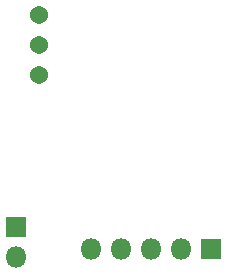
<source format=gbr>
%TF.GenerationSoftware,KiCad,Pcbnew,(5.1.6)-1*%
%TF.CreationDate,2021-05-29T12:16:40-05:00*%
%TF.ProjectId,Sapphire_AnalogMic,53617070-6869-4726-955f-416e616c6f67,rev?*%
%TF.SameCoordinates,Original*%
%TF.FileFunction,Soldermask,Bot*%
%TF.FilePolarity,Negative*%
%FSLAX46Y46*%
G04 Gerber Fmt 4.6, Leading zero omitted, Abs format (unit mm)*
G04 Created by KiCad (PCBNEW (5.1.6)-1) date 2021-05-29 12:16:40*
%MOMM*%
%LPD*%
G01*
G04 APERTURE LIST*
%ADD10C,1.540000*%
%ADD11O,1.800000X1.800000*%
%ADD12R,1.800000X1.800000*%
G04 APERTURE END LIST*
D10*
%TO.C,RV101*%
X113030000Y-117348000D03*
X113030000Y-114808000D03*
X113030000Y-112268000D03*
%TD*%
D11*
%TO.C,MK101*%
X111125000Y-132715000D03*
D12*
X111125000Y-130175000D03*
%TD*%
D11*
%TO.C,J101*%
X117475000Y-132080000D03*
X120015000Y-132080000D03*
X122555000Y-132080000D03*
X125095000Y-132080000D03*
D12*
X127635000Y-132080000D03*
%TD*%
M02*

</source>
